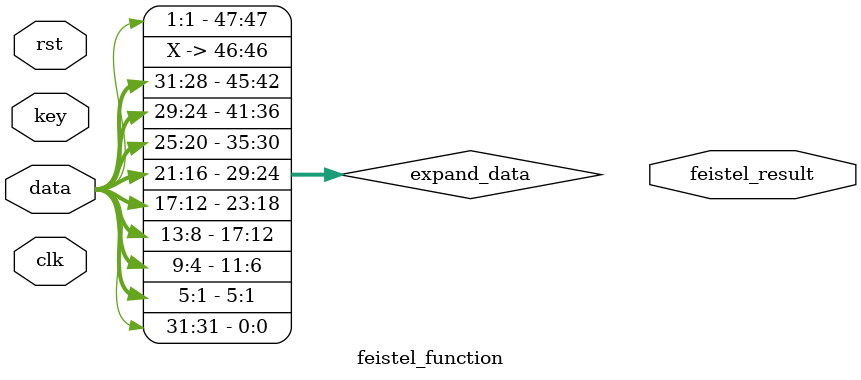
<source format=v>
module feistel_function #(parameter KEY_WIDTH = 48,
                        parameter FEISTEL_WIDTH = 32,
                        parameter BLCOK_WIDTH = 6,
                        parameter NUM_OF_BLOCKS = 8,
                        parameter PERF_TABLE_H = 16,
                        parameter PERF_TABLE_L = 4,
                        parameter TABLE_REG_WIDTH = 5
)               
(
    input clk,
    input rst,

    input [FEISTEL_WIDTH - 1 : 0] data,
    input [KEY_WIDTH - 1 : 0] key,

    output [FEISTEL_WIDTH - 1 : 0] feistel_result
);

    wire [KEY_WIDTH - 1 : 0] expand_data;
    wire [KEY_WIDTH - 1 : 0] x_expand_data;
    wire [BLCOK_WIDTH - 1 : 0] blcok_data [NUM_OF_BLOCKS - 1 : 0];


    reg [TABLE_REG_WIDTH - 1: 0] table_0 [PERF_TABLE_H - 1][PERF_TABLE_L - 1];
    reg [TABLE_REG_WIDTH - 1: 0] table_1 [PERF_TABLE_H - 1][PERF_TABLE_L - 1];
    reg [TABLE_REG_WIDTH - 1: 0] table_2 [PERF_TABLE_H - 1][PERF_TABLE_L - 1];
    reg [TABLE_REG_WIDTH - 1: 0] table_3 [PERF_TABLE_H - 1][PERF_TABLE_L - 1];
    reg [TABLE_REG_WIDTH - 1: 0] table_4 [PERF_TABLE_H - 1][PERF_TABLE_L - 1];
    reg [TABLE_REG_WIDTH - 1: 0] table_5 [PERF_TABLE_H - 1][PERF_TABLE_L - 1];    


    generate  
        assign expand_data[0] = data[31];
        assign expand_data[1] = data[1];
        assign expand_data[2] = data[2];
        assign expand_data[3] = data[3];
        assign expand_data[4] = data[4];
        assign expand_data[5] = data[5];
        assign expand_data[6] = data[4];
        assign expand_data[7] = data[5];
        assign expand_data[8] = data[6];
        assign expand_data[9] = data[7];
        assign expand_data[10] = data[8];
        assign expand_data[11] = data[9];
        assign expand_data[12] = data[8];
        assign expand_data[13] = data[9];
        assign expand_data[14] = data[10];
        assign expand_data[15] = data[11];
        assign expand_data[16] = data[12];
        assign expand_data[17] = data[13];
        assign expand_data[18] = data[12];
        assign expand_data[19] = data[13];
        assign expand_data[20] = data[14];
        assign expand_data[21] = data[15];
        assign expand_data[22] = data[16];
        assign expand_data[23] = data[17];
        assign expand_data[24] = data[16];
        assign expand_data[25] = data[17];
        assign expand_data[26] = data[18];
        assign expand_data[27] = data[19];
        assign expand_data[28] = data[20];
        assign expand_data[29] = data[21];
        assign expand_data[30] = data[20];
        assign expand_data[31] = data[21];
        assign expand_data[32] = data[22];
        assign expand_data[33] = data[23];
        assign expand_data[34] = data[24];
        assign expand_data[35] = data[25];
        assign expand_data[36] = data[24];
        assign expand_data[37] = data[25];
        assign expand_data[38] = data[26];
        assign expand_data[39] = data[27];
        assign expand_data[40] = data[28];
        assign expand_data[41] = data[29];
        assign expand_data[42] = data[28];
        assign expand_data[43] = data[29];
        assign expand_data[44] = data[30];
        assign expand_data[45] = data[31];
        assign expand_data[46] = data[32];
        assign expand_data[47] = data[1];   

        assign x_expand_data = data ^ expand_data;

        assign blcok_data[0] = x_expand_data[5 : 0];
        assign blcok_data[1] = x_expand_data[11 : 6];
        assign blcok_data[2] = x_expand_data[17 : 12];
        assign blcok_data[3] = x_expand_data[23 : 18];
        assign blcok_data[4] = x_expand_data[29 : 24];
        assign blcok_data[5] = x_expand_data[35 : 30];
        assign blcok_data[6] = x_expand_data[41 : 36];
        assign blcok_data[7] = x_expand_data[47 : 42];
        


    endgenerate





endmodule
</source>
